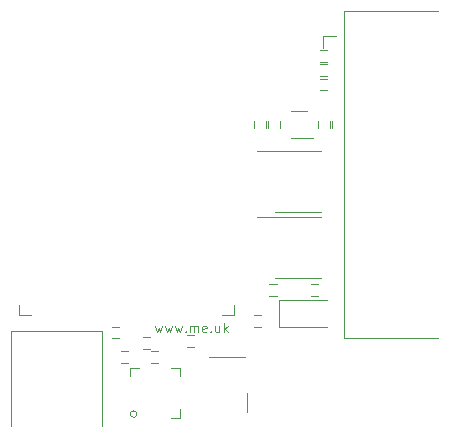
<source format=gbr>
%TF.GenerationSoftware,KiCad,Pcbnew,(6.0.2-0)*%
%TF.CreationDate,2022-02-20T17:25:19+00:00*%
%TF.ProjectId,Bell,42656c6c-2e6b-4696-9361-645f70636258,2*%
%TF.SameCoordinates,Original*%
%TF.FileFunction,Legend,Top*%
%TF.FilePolarity,Positive*%
%FSLAX46Y46*%
G04 Gerber Fmt 4.6, Leading zero omitted, Abs format (unit mm)*
G04 Created by KiCad (PCBNEW (6.0.2-0)) date 2022-02-20 17:25:19*
%MOMM*%
%LPD*%
G01*
G04 APERTURE LIST*
%ADD10C,0.100000*%
%ADD11C,0.120000*%
G04 APERTURE END LIST*
D10*
X84014285Y-59528571D02*
X84166666Y-60061904D01*
X84319047Y-59680952D01*
X84471428Y-60061904D01*
X84623809Y-59528571D01*
X84852380Y-59528571D02*
X85004761Y-60061904D01*
X85157142Y-59680952D01*
X85309523Y-60061904D01*
X85461904Y-59528571D01*
X85690476Y-59528571D02*
X85842857Y-60061904D01*
X85995238Y-59680952D01*
X86147619Y-60061904D01*
X86300000Y-59528571D01*
X86604761Y-59985714D02*
X86642857Y-60023809D01*
X86604761Y-60061904D01*
X86566666Y-60023809D01*
X86604761Y-59985714D01*
X86604761Y-60061904D01*
X86985714Y-60061904D02*
X86985714Y-59528571D01*
X86985714Y-59604761D02*
X87023809Y-59566666D01*
X87100000Y-59528571D01*
X87214285Y-59528571D01*
X87290476Y-59566666D01*
X87328571Y-59642857D01*
X87328571Y-60061904D01*
X87328571Y-59642857D02*
X87366666Y-59566666D01*
X87442857Y-59528571D01*
X87557142Y-59528571D01*
X87633333Y-59566666D01*
X87671428Y-59642857D01*
X87671428Y-60061904D01*
X88357142Y-60023809D02*
X88280952Y-60061904D01*
X88128571Y-60061904D01*
X88052380Y-60023809D01*
X88014285Y-59947619D01*
X88014285Y-59642857D01*
X88052380Y-59566666D01*
X88128571Y-59528571D01*
X88280952Y-59528571D01*
X88357142Y-59566666D01*
X88395238Y-59642857D01*
X88395238Y-59719047D01*
X88014285Y-59795238D01*
X88738095Y-59985714D02*
X88776190Y-60023809D01*
X88738095Y-60061904D01*
X88700000Y-60023809D01*
X88738095Y-59985714D01*
X88738095Y-60061904D01*
X89461904Y-59528571D02*
X89461904Y-60061904D01*
X89119047Y-59528571D02*
X89119047Y-59947619D01*
X89157142Y-60023809D01*
X89233333Y-60061904D01*
X89347619Y-60061904D01*
X89423809Y-60023809D01*
X89461904Y-59985714D01*
X89842857Y-60061904D02*
X89842857Y-59261904D01*
X89919047Y-59757142D02*
X90147619Y-60061904D01*
X90147619Y-59528571D02*
X89842857Y-59833333D01*
D11*
%TO.C,R3*%
X81100000Y-61700000D02*
X81700000Y-61700000D01*
X81100000Y-62700000D02*
X81700000Y-62700000D01*
%TO.C,R2*%
X83550000Y-61500000D02*
X82950000Y-61500000D01*
X83550000Y-60500000D02*
X82950000Y-60500000D01*
%TO.C,R1*%
X80400000Y-59600000D02*
X81000000Y-59600000D01*
X80400000Y-60600000D02*
X81000000Y-60600000D01*
%TO.C,C1*%
X84300000Y-61700000D02*
X83700000Y-61700000D01*
X84300000Y-62700000D02*
X83700000Y-62700000D01*
%TO.C,D3*%
X94540000Y-59635000D02*
X98600000Y-59635000D01*
X94540000Y-57365000D02*
X94540000Y-59635000D01*
X98600000Y-57365000D02*
X94540000Y-57365000D01*
%TO.C,J2*%
X79550000Y-60000000D02*
X79550000Y-68000000D01*
X71850000Y-60000000D02*
X79550000Y-60000000D01*
X71850000Y-60000000D02*
X71850000Y-68000000D01*
%TO.C,R5*%
X97800000Y-57000000D02*
X97200000Y-57000000D01*
X97800000Y-56000000D02*
X97200000Y-56000000D01*
%TO.C,U2*%
X81890000Y-63815000D02*
X81890000Y-63090000D01*
X86110000Y-66585000D02*
X86110000Y-67310000D01*
X86110000Y-63815000D02*
X86110000Y-63090000D01*
X86110000Y-67310000D02*
X85385000Y-67310000D01*
X81890000Y-63090000D02*
X82615000Y-63090000D01*
X86110000Y-63090000D02*
X85385000Y-63090000D01*
X82482843Y-67000000D02*
G75*
G03*
X82482843Y-67000000I-282843J0D01*
G01*
%TO.C,R10*%
X98600000Y-39600000D02*
X98000000Y-39600000D01*
X98600000Y-38600000D02*
X98000000Y-38600000D01*
%TO.C,R6*%
X94300000Y-57000000D02*
X93700000Y-57000000D01*
X94300000Y-56000000D02*
X93700000Y-56000000D01*
%TO.C,C3*%
X97800000Y-42200000D02*
X97800000Y-42800000D01*
X98800000Y-42200000D02*
X98800000Y-42800000D01*
%TO.C,D1*%
X96900000Y-41340000D02*
X95500000Y-41340000D01*
X95500000Y-43660000D02*
X97400000Y-43660000D01*
%TO.C,R7*%
X99000000Y-42800000D02*
X99000000Y-42200000D01*
X100000000Y-42800000D02*
X100000000Y-42200000D01*
%TO.C,C2*%
X94600000Y-42800000D02*
X94600000Y-42200000D01*
X93600000Y-42800000D02*
X93600000Y-42200000D01*
%TO.C,R4*%
X93400000Y-42200000D02*
X93400000Y-42800000D01*
X92400000Y-42200000D02*
X92400000Y-42800000D01*
%TO.C,U3*%
X96100000Y-50340000D02*
X98050000Y-50340000D01*
X96100000Y-55460000D02*
X94150000Y-55460000D01*
X96100000Y-55460000D02*
X98050000Y-55460000D01*
X96100000Y-50340000D02*
X92650000Y-50340000D01*
%TO.C,U4*%
X96100000Y-44740000D02*
X98050000Y-44740000D01*
X96100000Y-49860000D02*
X94150000Y-49860000D01*
X96100000Y-49860000D02*
X98050000Y-49860000D01*
X96100000Y-44740000D02*
X92650000Y-44740000D01*
%TO.C,D2*%
X99300000Y-35000000D02*
X98200000Y-35000000D01*
X98200000Y-35000000D02*
X98200000Y-36000000D01*
%TO.C,R9*%
X98000000Y-37400000D02*
X98600000Y-37400000D01*
X98000000Y-38400000D02*
X98600000Y-38400000D01*
%TO.C,R8*%
X98000000Y-36200000D02*
X98600000Y-36200000D01*
X98000000Y-37200000D02*
X98600000Y-37200000D01*
%TO.C,J3*%
X100000000Y-60550000D02*
X108000000Y-60550000D01*
X100000000Y-60550000D02*
X100000000Y-32850000D01*
X100000000Y-32850000D02*
X108000000Y-32850000D01*
%TO.C,U1*%
X72480000Y-57800000D02*
X72480000Y-58580000D01*
X90720000Y-57800000D02*
X90720000Y-58580000D01*
X90720000Y-58580000D02*
X89720000Y-58580000D01*
X72480000Y-58580000D02*
X73480000Y-58580000D01*
%TO.C,R12*%
X92975000Y-59600000D02*
X92375000Y-59600000D01*
X92975000Y-58600000D02*
X92375000Y-58600000D01*
%TO.C,U5*%
X88550000Y-62155000D02*
X91650000Y-62155000D01*
X91825000Y-65205000D02*
X91825000Y-66805000D01*
%TO.C,R11*%
X86700000Y-60300000D02*
X87300000Y-60300000D01*
X86700000Y-61300000D02*
X87300000Y-61300000D01*
%TD*%
M02*

</source>
